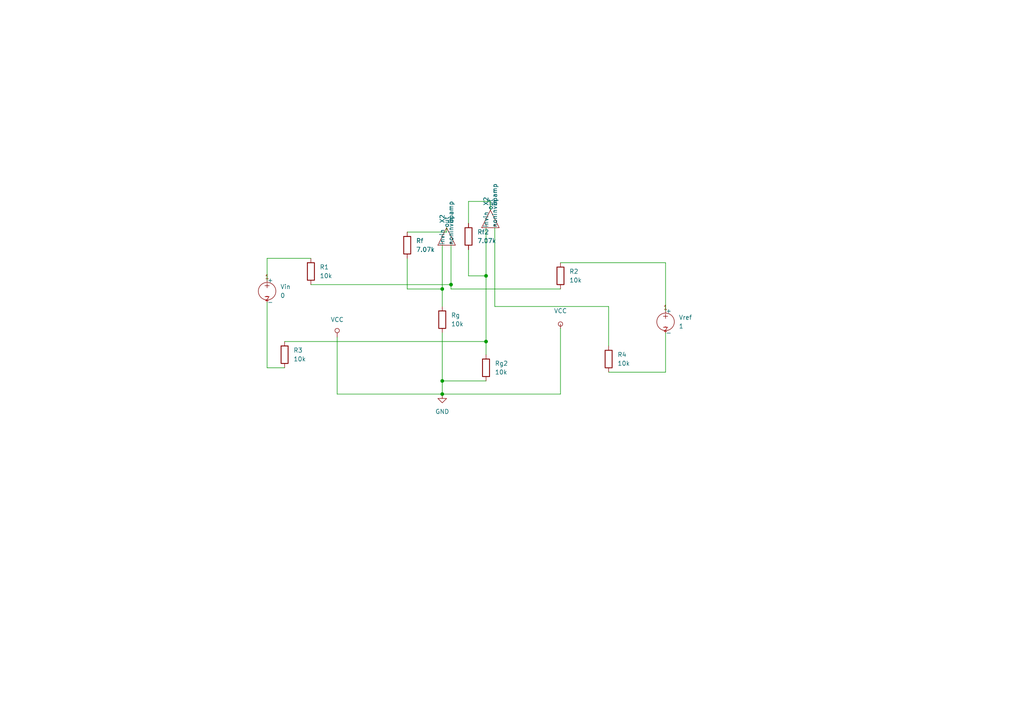
<source format=kicad_sch>
(kicad_sch (version 20211123) (generator eeschema)

  (uuid 4017bf7f-a856-415d-81b0-c7fce0d1bb8b)

  (paper "A4")

  (lib_symbols
    (symbol "LTspice_Opamps:opamp" (pin_numbers hide) (pin_names (offset 0.0254)) (in_bom yes) (on_board yes)
      (property "Reference" "X" (id 0) (at 0 -2.54 0)
        (effects (font (size 1.27 1.27)) (justify left))
      )
      (property "Value" "opamp" (id 1) (at 0 0 0)
        (effects (font (size 1.27 1.27)) (justify left))
      )
      (property "Footprint" "" (id 2) (at 0 0 0)
        (effects (font (size 1.27 1.27)) hide)
      )
      (property "Datasheet" "" (id 3) (at 0 0 0)
        (effects (font (size 1.27 1.27)) hide)
      )
      (property "Field5" "opamp" (id 4) (at 0 0 0)
        (effects (font (size 1.27 1.27)) (justify left) hide)
      )
      (property "ki_fp_filters" "X_*" (id 5) (at 0 0 0)
        (effects (font (size 1.27 1.27)) hide)
      )
      (symbol "opamp_0_0"
        (polyline
          (pts
            (xy -2.54 -7.62)
            (xy 2.54 -5.08)
          )
          (stroke (width 0) (type default) (color 0 0 0 0))
          (fill (type none))
        )
        (polyline
          (pts
            (xy -2.54 -2.54)
            (xy -2.54 -7.62)
          )
          (stroke (width 0) (type default) (color 0 0 0 0))
          (fill (type none))
        )
        (polyline
          (pts
            (xy -2.54 -2.54)
            (xy 2.54 -5.08)
          )
          (stroke (width 0) (type default) (color 0 0 0 0))
          (fill (type none))
        )
        (polyline
          (pts
            (xy -2.2098 -6.35)
            (xy -1.5748 -6.35)
          )
          (stroke (width 0) (type default) (color 0 0 0 0))
          (fill (type none))
        )
        (polyline
          (pts
            (xy -2.2098 -3.81)
            (xy -1.5748 -3.81)
          )
          (stroke (width 0) (type default) (color 0 0 0 0))
          (fill (type none))
        )
        (polyline
          (pts
            (xy -1.905 -6.6548)
            (xy -1.905 -6.0198)
          )
          (stroke (width 0) (type default) (color 0 0 0 0))
          (fill (type none))
        )
      )
      (symbol "opamp_1_1"
        (pin unspecified line (at -2.54 -3.81 0) (length 0)
          (name "invin" (effects (font (size 1.27 1.27))))
          (number "1" (effects (font (size 1.27 1.27))))
        )
        (pin unspecified line (at -2.54 -6.35 0) (length 0)
          (name "noninvin" (effects (font (size 1.27 1.27))))
          (number "2" (effects (font (size 1.27 1.27))))
        )
        (pin unspecified line (at 2.54 -5.08 0) (length 0)
          (name "out" (effects (font (size 1.27 1.27))))
          (number "3" (effects (font (size 1.27 1.27))))
        )
      )
    )
    (symbol "LTspice_sym:voltage" (pin_names (offset 0.0254)) (in_bom yes) (on_board yes)
      (property "Reference" "V" (id 0) (at 1.905 -1.27 0)
        (effects (font (size 1.27 1.27)) (justify left))
      )
      (property "Value" "voltage" (id 1) (at 1.905 -7.62 0)
        (effects (font (size 1.27 1.27)) (justify left))
      )
      (property "Footprint" "" (id 2) (at 0 0 0)
        (effects (font (size 1.27 1.27)) hide)
      )
      (property "Datasheet" "" (id 3) (at 0 0 0)
        (effects (font (size 1.27 1.27)) hide)
      )
      (property "Field5" "V" (id 4) (at 1.905 -7.62 0)
        (effects (font (size 1.27 1.27)) (justify left) hide)
      )
      (symbol "voltage_0_0"
        (circle (center 0 -4.445) (radius 2.54)
          (stroke (width 0) (type default) (color 0 0 0 0))
          (fill (type none))
        )
        (polyline
          (pts
            (xy -0.635 -6.0198)
            (xy 0.635 -6.0198)
          )
          (stroke (width 0) (type default) (color 0 0 0 0))
          (fill (type none))
        )
        (polyline
          (pts
            (xy -0.635 -2.8448)
            (xy 0.635 -2.8448)
          )
          (stroke (width 0) (type default) (color 0 0 0 0))
          (fill (type none))
        )
        (polyline
          (pts
            (xy 0 -7.62)
            (xy 0 -6.985)
          )
          (stroke (width 0) (type default) (color 0 0 0 0))
          (fill (type none))
        )
        (polyline
          (pts
            (xy 0 -2.2098)
            (xy 0 -3.4798)
          )
          (stroke (width 0) (type default) (color 0 0 0 0))
          (fill (type none))
        )
        (polyline
          (pts
            (xy 0 -1.27)
            (xy 0 -1.905)
          )
          (stroke (width 0) (type default) (color 0 0 0 0))
          (fill (type none))
        )
      )
      (symbol "voltage_1_1"
        (pin unspecified line (at 0 -1.27 0) (length 0)
          (name "+" (effects (font (size 1.27 1.27))))
          (number "1" (effects (font (size 1.27 1.27))))
        )
        (pin unspecified line (at 0 -7.62 0) (length 0)
          (name "-" (effects (font (size 1.27 1.27))))
          (number "2" (effects (font (size 1.27 1.27))))
        )
      )
    )
    (symbol "eSim_Devices:resistor" (pin_numbers hide) (pin_names (offset 0)) (in_bom yes) (on_board yes)
      (property "Reference" "R" (id 0) (at 1.27 3.302 0)
        (effects (font (size 1.27 1.27)))
      )
      (property "Value" "resistor" (id 1) (at 1.27 -1.27 0)
        (effects (font (size 1.27 1.27)))
      )
      (property "Footprint" "" (id 2) (at 1.27 -0.508 0)
        (effects (font (size 0.762 0.762)))
      )
      (property "Datasheet" "" (id 3) (at 1.27 1.27 90)
        (effects (font (size 0.762 0.762)))
      )
      (property "ki_fp_filters" "R_* Resistor_*" (id 4) (at 0 0 0)
        (effects (font (size 1.27 1.27)) hide)
      )
      (symbol "resistor_0_1"
        (rectangle (start 3.81 0.254) (end -1.27 2.286)
          (stroke (width 0.254) (type default) (color 0 0 0 0))
          (fill (type none))
        )
      )
      (symbol "resistor_1_1"
        (pin passive line (at -2.54 1.27 0) (length 1.27)
          (name "~" (effects (font (size 1.524 1.524))))
          (number "1" (effects (font (size 1.524 1.524))))
        )
        (pin passive line (at 5.08 1.27 180) (length 1.27)
          (name "~" (effects (font (size 1.524 1.524))))
          (number "2" (effects (font (size 1.524 1.524))))
        )
      )
    )
    (symbol "eSim_Power:eSim_GND" (power) (pin_names (offset 0)) (in_bom yes) (on_board yes)
      (property "Reference" "#PWR" (id 0) (at 0 -6.35 0)
        (effects (font (size 1.27 1.27)) hide)
      )
      (property "Value" "eSim_GND" (id 1) (at 0 -3.81 0)
        (effects (font (size 1.27 1.27)))
      )
      (property "Footprint" "" (id 2) (at 0 0 0)
        (effects (font (size 1.27 1.27)) hide)
      )
      (property "Datasheet" "" (id 3) (at 0 0 0)
        (effects (font (size 1.27 1.27)) hide)
      )
      (symbol "eSim_GND_0_1"
        (polyline
          (pts
            (xy 0 0)
            (xy 0 -1.27)
            (xy 1.27 -1.27)
            (xy 0 -2.54)
            (xy -1.27 -1.27)
            (xy 0 -1.27)
          )
          (stroke (width 0) (type default) (color 0 0 0 0))
          (fill (type none))
        )
      )
      (symbol "eSim_GND_1_1"
        (pin power_in line (at 0 0 270) (length 0) hide
          (name "GND" (effects (font (size 1.27 1.27))))
          (number "1" (effects (font (size 1.27 1.27))))
        )
      )
    )
    (symbol "eSim_Power:eSim_VCC" (power) (pin_names (offset 0)) (in_bom yes) (on_board yes)
      (property "Reference" "#PWR" (id 0) (at 0 -3.81 0)
        (effects (font (size 1.27 1.27)) hide)
      )
      (property "Value" "eSim_VCC" (id 1) (at 0 3.81 0)
        (effects (font (size 1.27 1.27)))
      )
      (property "Footprint" "" (id 2) (at 0 0 0)
        (effects (font (size 1.27 1.27)) hide)
      )
      (property "Datasheet" "" (id 3) (at 0 0 0)
        (effects (font (size 1.27 1.27)) hide)
      )
      (symbol "eSim_VCC_0_1"
        (polyline
          (pts
            (xy 0 0)
            (xy 0 1.27)
          )
          (stroke (width 0) (type default) (color 0 0 0 0))
          (fill (type none))
        )
        (circle (center 0 1.905) (radius 0.635)
          (stroke (width 0) (type default) (color 0 0 0 0))
          (fill (type none))
        )
      )
      (symbol "eSim_VCC_1_1"
        (pin power_in line (at 0 0 90) (length 0) hide
          (name "VCC" (effects (font (size 1.27 1.27))))
          (number "1" (effects (font (size 1.27 1.27))))
        )
      )
    )
    (symbol "eSim_Power:eSim_VEE" (power) (pin_names (offset 0)) (in_bom yes) (on_board yes)
      (property "Reference" "#PWR" (id 0) (at 0 -3.81 0)
        (effects (font (size 1.27 1.27)) hide)
      )
      (property "Value" "eSim_VEE" (id 1) (at 0 3.81 0)
        (effects (font (size 1.27 1.27)))
      )
      (property "Footprint" "" (id 2) (at 0 0 0)
        (effects (font (size 1.27 1.27)) hide)
      )
      (property "Datasheet" "" (id 3) (at 0 0 0)
        (effects (font (size 1.27 1.27)) hide)
      )
      (symbol "eSim_VEE_0_1"
        (polyline
          (pts
            (xy 0 0)
            (xy 0 1.27)
          )
          (stroke (width 0) (type default) (color 0 0 0 0))
          (fill (type none))
        )
        (circle (center 0 1.27) (radius 0.635)
          (stroke (width 0) (type default) (color 0 0 0 0))
          (fill (type none))
        )
      )
      (symbol "eSim_VEE_1_1"
        (pin power_in line (at 0 0 90) (length 0) hide
          (name "VCC" (effects (font (size 1.27 1.27))))
          (number "1" (effects (font (size 1.27 1.27))))
        )
      )
    )
  )

  (junction (at 128.27 114.3) (diameter 0) (color 0 0 0 0)
    (uuid 36e356cb-dc10-42fb-b0df-231d17c1cec6)
  )
  (junction (at 140.97 80.01) (diameter 0) (color 0 0 0 0)
    (uuid 66d4fd8d-f1c1-4f77-bd25-10b71714caa3)
  )
  (junction (at 128.27 83.82) (diameter 0) (color 0 0 0 0)
    (uuid 6e7d6437-8a57-47d0-8cf5-0d535c70a128)
  )
  (junction (at 130.81 82.55) (diameter 0) (color 0 0 0 0)
    (uuid a8e3c146-ff2f-4109-ab0f-fde5291a47de)
  )
  (junction (at 140.97 99.06) (diameter 0) (color 0 0 0 0)
    (uuid e400a6d6-2f5c-4c97-b367-b53d1361e20d)
  )
  (junction (at 128.27 110.49) (diameter 0) (color 0 0 0 0)
    (uuid f8c81a8c-0b2e-45ad-9c4b-10c8996fb7c4)
  )

  (wire (pts (xy 77.47 87.63) (xy 77.47 106.68))
    (stroke (width 0) (type default) (color 0 0 0 0))
    (uuid 018fa5a3-bfb8-4319-9af8-1fc846745be3)
  )
  (wire (pts (xy 176.53 100.33) (xy 176.53 88.9))
    (stroke (width 0) (type default) (color 0 0 0 0))
    (uuid 0906ff5e-b423-4442-bf9d-e9849af2bafa)
  )
  (wire (pts (xy 193.04 107.95) (xy 176.53 107.95))
    (stroke (width 0) (type default) (color 0 0 0 0))
    (uuid 0964ac6f-ec84-46f4-9f19-cf37e25dcaa2)
  )
  (wire (pts (xy 135.89 72.39) (xy 135.89 80.01))
    (stroke (width 0) (type default) (color 0 0 0 0))
    (uuid 0b4cb34d-cf04-4245-8839-4bba4941069c)
  )
  (wire (pts (xy 162.56 83.82) (xy 130.81 83.82))
    (stroke (width 0) (type default) (color 0 0 0 0))
    (uuid 11d20b63-ce37-43e8-b354-c6c4c6073c24)
  )
  (wire (pts (xy 128.27 71.12) (xy 128.27 83.82))
    (stroke (width 0) (type default) (color 0 0 0 0))
    (uuid 17466a26-0da8-4115-9a66-5429e5e982d3)
  )
  (wire (pts (xy 162.56 95.25) (xy 162.56 114.3))
    (stroke (width 0) (type default) (color 0 0 0 0))
    (uuid 225a870a-94d6-44e7-88a3-7d8be318323b)
  )
  (wire (pts (xy 135.89 80.01) (xy 140.97 80.01))
    (stroke (width 0) (type default) (color 0 0 0 0))
    (uuid 2d55ffb2-4a7a-478f-9f4c-3b0953ebd735)
  )
  (wire (pts (xy 90.17 82.55) (xy 130.81 82.55))
    (stroke (width 0) (type default) (color 0 0 0 0))
    (uuid 436f09ac-e971-4d7e-a7a7-0b789bb264c8)
  )
  (wire (pts (xy 77.47 74.93) (xy 90.17 74.93))
    (stroke (width 0) (type default) (color 0 0 0 0))
    (uuid 5271c050-dad6-4ec3-8677-893bfd9f961c)
  )
  (wire (pts (xy 128.27 96.52) (xy 128.27 110.49))
    (stroke (width 0) (type default) (color 0 0 0 0))
    (uuid 56a6802b-091c-411f-8cd0-69a1592cc640)
  )
  (wire (pts (xy 193.04 76.2) (xy 193.04 90.17))
    (stroke (width 0) (type default) (color 0 0 0 0))
    (uuid 5e0d3a70-6af2-4ea4-b006-a0be915d834d)
  )
  (wire (pts (xy 140.97 66.04) (xy 140.97 80.01))
    (stroke (width 0) (type default) (color 0 0 0 0))
    (uuid 61a901cb-6010-4c4a-b90d-2e85f39f3f69)
  )
  (wire (pts (xy 135.89 58.42) (xy 135.89 64.77))
    (stroke (width 0) (type default) (color 0 0 0 0))
    (uuid 69af7c65-5f1f-400d-bd26-0c8d5a66edef)
  )
  (wire (pts (xy 142.24 60.96) (xy 142.24 58.42))
    (stroke (width 0) (type default) (color 0 0 0 0))
    (uuid 6b9e170a-102b-4bfc-b10f-eb0a1ac20caf)
  )
  (wire (pts (xy 97.79 114.3) (xy 128.27 114.3))
    (stroke (width 0) (type default) (color 0 0 0 0))
    (uuid 6cc52a94-03fd-45de-aaa8-3b226445d742)
  )
  (wire (pts (xy 176.53 88.9) (xy 143.51 88.9))
    (stroke (width 0) (type default) (color 0 0 0 0))
    (uuid 70745ac1-fbcf-403f-8be0-86343483e801)
  )
  (wire (pts (xy 129.54 66.04) (xy 129.54 67.31))
    (stroke (width 0) (type default) (color 0 0 0 0))
    (uuid 7967a616-eb3d-4528-b06a-71bee42b05d5)
  )
  (wire (pts (xy 118.11 74.93) (xy 118.11 83.82))
    (stroke (width 0) (type default) (color 0 0 0 0))
    (uuid 7c3fca59-ac2c-4be2-8caa-f1291fa931de)
  )
  (wire (pts (xy 118.11 83.82) (xy 128.27 83.82))
    (stroke (width 0) (type default) (color 0 0 0 0))
    (uuid 7fb202cf-ecca-4085-acaa-ac40758b5048)
  )
  (wire (pts (xy 140.97 80.01) (xy 140.97 99.06))
    (stroke (width 0) (type default) (color 0 0 0 0))
    (uuid 827d9531-2de7-439d-a2c1-bb7bb89a1521)
  )
  (wire (pts (xy 142.24 58.42) (xy 135.89 58.42))
    (stroke (width 0) (type default) (color 0 0 0 0))
    (uuid 8e541915-b08a-4d74-81e6-4d9ac33073f7)
  )
  (wire (pts (xy 162.56 76.2) (xy 193.04 76.2))
    (stroke (width 0) (type default) (color 0 0 0 0))
    (uuid 96857aab-a1c2-4546-ad14-d56fe3e697f7)
  )
  (wire (pts (xy 97.79 97.79) (xy 97.79 114.3))
    (stroke (width 0) (type default) (color 0 0 0 0))
    (uuid a552a53b-415c-4a43-974c-b47ed8a7f4af)
  )
  (wire (pts (xy 128.27 110.49) (xy 128.27 114.3))
    (stroke (width 0) (type default) (color 0 0 0 0))
    (uuid a6dadc66-7c6f-4057-a89b-7d7078ea4155)
  )
  (wire (pts (xy 128.27 114.3) (xy 162.56 114.3))
    (stroke (width 0) (type default) (color 0 0 0 0))
    (uuid a89bcd50-540d-4857-a513-d6ac64bd9fc3)
  )
  (wire (pts (xy 130.81 71.12) (xy 130.81 82.55))
    (stroke (width 0) (type default) (color 0 0 0 0))
    (uuid b01a3e82-cf22-447c-9099-9775506faae9)
  )
  (wire (pts (xy 77.47 81.28) (xy 77.47 74.93))
    (stroke (width 0) (type default) (color 0 0 0 0))
    (uuid b1eb7dfd-ba5d-4cee-b0d5-99f854bd0401)
  )
  (wire (pts (xy 82.55 99.06) (xy 140.97 99.06))
    (stroke (width 0) (type default) (color 0 0 0 0))
    (uuid b6f4c260-2e0e-4ad3-8e68-5cfb17351803)
  )
  (wire (pts (xy 129.54 67.31) (xy 118.11 67.31))
    (stroke (width 0) (type default) (color 0 0 0 0))
    (uuid b73d0cf7-3f3d-4f43-afd3-4c9192ef147b)
  )
  (wire (pts (xy 128.27 110.49) (xy 140.97 110.49))
    (stroke (width 0) (type default) (color 0 0 0 0))
    (uuid c3725273-6621-4c84-aacb-90e3c37815cd)
  )
  (wire (pts (xy 140.97 99.06) (xy 140.97 102.87))
    (stroke (width 0) (type default) (color 0 0 0 0))
    (uuid cecfef20-9580-4dbb-bbf3-3711acd027eb)
  )
  (wire (pts (xy 130.81 82.55) (xy 130.81 83.82))
    (stroke (width 0) (type default) (color 0 0 0 0))
    (uuid e5b5b42b-8b05-4d48-bb12-ecab71af96d8)
  )
  (wire (pts (xy 193.04 96.52) (xy 193.04 107.95))
    (stroke (width 0) (type default) (color 0 0 0 0))
    (uuid e5ef79f7-ddbd-4bff-a936-b3b0d5371644)
  )
  (wire (pts (xy 128.27 83.82) (xy 128.27 88.9))
    (stroke (width 0) (type default) (color 0 0 0 0))
    (uuid e82ee827-58d2-4f4e-96f3-88cffa7f7d81)
  )
  (wire (pts (xy 77.47 106.68) (xy 82.55 106.68))
    (stroke (width 0) (type default) (color 0 0 0 0))
    (uuid eb0b4450-1cd8-4a3a-977f-4868798ac3d1)
  )
  (wire (pts (xy 143.51 88.9) (xy 143.51 66.04))
    (stroke (width 0) (type default) (color 0 0 0 0))
    (uuid fca05874-5ac4-4283-ba28-69f491fc4206)
  )

  (symbol (lib_id "eSim_Devices:resistor") (at 163.83 81.28 90) (unit 1)
    (in_bom yes) (on_board yes) (fields_autoplaced)
    (uuid 04499803-2f91-4088-bf05-c223305a478f)
    (property "Reference" "R2" (id 0) (at 165.1 78.7399 90)
      (effects (font (size 1.27 1.27)) (justify right))
    )
    (property "Value" "10k" (id 1) (at 165.1 81.2799 90)
      (effects (font (size 1.27 1.27)) (justify right))
    )
    (property "Footprint" "" (id 2) (at 164.338 80.01 0)
      (effects (font (size 0.762 0.762)))
    )
    (property "Datasheet" "" (id 3) (at 162.56 80.01 90)
      (effects (font (size 0.762 0.762)))
    )
    (pin "1" (uuid 0cdb1652-5e00-4516-8892-26a8debbed80))
    (pin "2" (uuid a624a4bc-f04d-4b2f-9e7e-a252d04de059))
  )

  (symbol (lib_id "LTspice_sym:voltage") (at 193.04 88.9 0) (unit 1)
    (in_bom yes) (on_board yes) (fields_autoplaced)
    (uuid 28531d1b-46b3-4407-9c7f-d72d003b6776)
    (property "Reference" "Vref" (id 0) (at 196.85 92.0749 0)
      (effects (font (size 1.27 1.27)) (justify left))
    )
    (property "Value" "1" (id 1) (at 196.85 94.6149 0)
      (effects (font (size 1.27 1.27)) (justify left))
    )
    (property "Footprint" "" (id 2) (at 193.04 88.9 0)
      (effects (font (size 1.27 1.27)) hide)
    )
    (property "Datasheet" "" (id 3) (at 193.04 88.9 0)
      (effects (font (size 1.27 1.27)) hide)
    )
    (property "Field5" "V" (id 4) (at 194.945 96.52 0)
      (effects (font (size 1.27 1.27)) (justify left) hide)
    )
    (pin "1" (uuid 4863efce-9a36-47ca-b4a8-203c55da1b62))
    (pin "2" (uuid 5583f6d0-ac02-48a5-b3b4-6b8cc97e48ae))
  )

  (symbol (lib_id "eSim_Devices:resistor") (at 83.82 104.14 90) (unit 1)
    (in_bom yes) (on_board yes) (fields_autoplaced)
    (uuid 3ac12a65-2ec4-4e94-a6b9-6996b87749ca)
    (property "Reference" "R3" (id 0) (at 85.09 101.5999 90)
      (effects (font (size 1.27 1.27)) (justify right))
    )
    (property "Value" "10k" (id 1) (at 85.09 104.1399 90)
      (effects (font (size 1.27 1.27)) (justify right))
    )
    (property "Footprint" "" (id 2) (at 84.328 102.87 0)
      (effects (font (size 0.762 0.762)))
    )
    (property "Datasheet" "" (id 3) (at 82.55 102.87 90)
      (effects (font (size 0.762 0.762)))
    )
    (pin "1" (uuid eb90499b-9892-421a-87aa-4393c4ed8f89))
    (pin "2" (uuid 59ef5e38-231d-4ba0-9ea6-ef2eac0d80d6))
  )

  (symbol (lib_id "eSim_Devices:resistor") (at 177.8 105.41 90) (unit 1)
    (in_bom yes) (on_board yes) (fields_autoplaced)
    (uuid 59a2666c-e3ac-4a17-84f6-ef4056223000)
    (property "Reference" "R4" (id 0) (at 179.07 102.8699 90)
      (effects (font (size 1.27 1.27)) (justify right))
    )
    (property "Value" "10k" (id 1) (at 179.07 105.4099 90)
      (effects (font (size 1.27 1.27)) (justify right))
    )
    (property "Footprint" "" (id 2) (at 178.308 104.14 0)
      (effects (font (size 0.762 0.762)))
    )
    (property "Datasheet" "" (id 3) (at 176.53 104.14 90)
      (effects (font (size 0.762 0.762)))
    )
    (pin "1" (uuid 26ee0562-2b0a-48e8-b269-4074799dd755))
    (pin "2" (uuid d530af1f-6b9e-4e5e-bab1-8560d95680b5))
  )

  (symbol (lib_id "eSim_Devices:resistor") (at 91.44 80.01 90) (unit 1)
    (in_bom yes) (on_board yes) (fields_autoplaced)
    (uuid 5a1a881b-da61-42c8-9590-1574a3d6424c)
    (property "Reference" "R1" (id 0) (at 92.71 77.4699 90)
      (effects (font (size 1.27 1.27)) (justify right))
    )
    (property "Value" "10k" (id 1) (at 92.71 80.0099 90)
      (effects (font (size 1.27 1.27)) (justify right))
    )
    (property "Footprint" "" (id 2) (at 91.948 78.74 0)
      (effects (font (size 0.762 0.762)))
    )
    (property "Datasheet" "" (id 3) (at 90.17 78.74 90)
      (effects (font (size 0.762 0.762)))
    )
    (pin "1" (uuid e17c9760-68e5-4d0a-8060-08eb1121dde0))
    (pin "2" (uuid e637ad5f-b334-49c9-9eb7-c7f45b9b6a87))
  )

  (symbol (lib_id "eSim_Devices:resistor") (at 129.54 93.98 90) (unit 1)
    (in_bom yes) (on_board yes) (fields_autoplaced)
    (uuid 5c2e4cba-6a22-4332-ba71-81c42f0db0b7)
    (property "Reference" "Rg" (id 0) (at 130.81 91.4399 90)
      (effects (font (size 1.27 1.27)) (justify right))
    )
    (property "Value" "10k" (id 1) (at 130.81 93.9799 90)
      (effects (font (size 1.27 1.27)) (justify right))
    )
    (property "Footprint" "" (id 2) (at 130.048 92.71 0)
      (effects (font (size 0.762 0.762)))
    )
    (property "Datasheet" "" (id 3) (at 128.27 92.71 90)
      (effects (font (size 0.762 0.762)))
    )
    (pin "1" (uuid 9d86f1fb-760d-442c-afcc-8dc75da71db7))
    (pin "2" (uuid e5c3c289-56b4-4419-b9d3-207bf55f185d))
  )

  (symbol (lib_id "eSim_Devices:resistor") (at 137.16 69.85 90) (unit 1)
    (in_bom yes) (on_board yes) (fields_autoplaced)
    (uuid 7655b95e-b4d2-477e-aedd-d8d59f9f58a3)
    (property "Reference" "Rf2" (id 0) (at 138.43 67.3099 90)
      (effects (font (size 1.27 1.27)) (justify right))
    )
    (property "Value" "7.07k" (id 1) (at 138.43 69.8499 90)
      (effects (font (size 1.27 1.27)) (justify right))
    )
    (property "Footprint" "" (id 2) (at 137.668 68.58 0)
      (effects (font (size 0.762 0.762)))
    )
    (property "Datasheet" "" (id 3) (at 135.89 68.58 90)
      (effects (font (size 0.762 0.762)))
    )
    (pin "1" (uuid 12ec7603-2bf1-4a4c-a1d0-17f8ff052205))
    (pin "2" (uuid 23697f1e-85ec-4ff0-817f-3da58a26829e))
  )

  (symbol (lib_id "eSim_Devices:resistor") (at 142.24 107.95 90) (unit 1)
    (in_bom yes) (on_board yes) (fields_autoplaced)
    (uuid 7736066f-2413-44b5-a113-c1cc1c695a31)
    (property "Reference" "Rg2" (id 0) (at 143.51 105.4099 90)
      (effects (font (size 1.27 1.27)) (justify right))
    )
    (property "Value" "10k" (id 1) (at 143.51 107.9499 90)
      (effects (font (size 1.27 1.27)) (justify right))
    )
    (property "Footprint" "" (id 2) (at 142.748 106.68 0)
      (effects (font (size 0.762 0.762)))
    )
    (property "Datasheet" "" (id 3) (at 140.97 106.68 90)
      (effects (font (size 0.762 0.762)))
    )
    (pin "1" (uuid 37bee3e1-e11c-4f6e-95f2-4c95fd10a97b))
    (pin "2" (uuid e41c77a7-b818-41df-a572-06daf1ab116f))
  )

  (symbol (lib_id "eSim_Devices:resistor") (at 119.38 72.39 90) (unit 1)
    (in_bom yes) (on_board yes) (fields_autoplaced)
    (uuid 7b5f45ef-330c-4f0f-832f-f6c5e8bbe7fd)
    (property "Reference" "Rf" (id 0) (at 120.65 69.8499 90)
      (effects (font (size 1.27 1.27)) (justify right))
    )
    (property "Value" "7.07k" (id 1) (at 120.65 72.3899 90)
      (effects (font (size 1.27 1.27)) (justify right))
    )
    (property "Footprint" "" (id 2) (at 119.888 71.12 0)
      (effects (font (size 0.762 0.762)))
    )
    (property "Datasheet" "" (id 3) (at 118.11 71.12 90)
      (effects (font (size 0.762 0.762)))
    )
    (pin "1" (uuid 8f1b800d-de91-44e5-9970-ac340bd36685))
    (pin "2" (uuid 172bbea3-f94f-472a-8bf6-801dc18282d6))
  )

  (symbol (lib_id "eSim_Power:eSim_GND") (at 128.27 114.3 0) (unit 1)
    (in_bom yes) (on_board yes) (fields_autoplaced)
    (uuid 9e75ffe6-2a97-4670-a4d3-efe2ce2b730a)
    (property "Reference" "#PWR?" (id 0) (at 128.27 120.65 0)
      (effects (font (size 1.27 1.27)) hide)
    )
    (property "Value" "eSim_GND" (id 1) (at 128.27 119.38 0))
    (property "Footprint" "" (id 2) (at 128.27 114.3 0)
      (effects (font (size 1.27 1.27)) hide)
    )
    (property "Datasheet" "" (id 3) (at 128.27 114.3 0)
      (effects (font (size 1.27 1.27)) hide)
    )
    (pin "1" (uuid 4e49bd15-39d1-4d68-93e7-d3632c4fa851))
  )

  (symbol (lib_id "LTspice_Opamps:opamp") (at 137.16 63.5 90) (unit 1)
    (in_bom yes) (on_board yes) (fields_autoplaced)
    (uuid a1acd4a6-924a-46ef-8afa-9258a43831f1)
    (property "Reference" "X2" (id 0) (at 140.9699 59.69 0)
      (effects (font (size 1.27 1.27)) (justify left))
    )
    (property "Value" "opamp" (id 1) (at 143.5099 59.69 0)
      (effects (font (size 1.27 1.27)) (justify left))
    )
    (property "Footprint" "" (id 2) (at 137.16 63.5 0)
      (effects (font (size 1.27 1.27)) hide)
    )
    (property "Datasheet" "" (id 3) (at 137.16 63.5 0)
      (effects (font (size 1.27 1.27)) hide)
    )
    (property "Field5" "opamp" (id 4) (at 137.16 63.5 0)
      (effects (font (size 1.27 1.27)) (justify left) hide)
    )
    (pin "1" (uuid e5ee55ce-86f2-462c-8d2c-dfd6267411f3))
    (pin "2" (uuid 47c08867-d161-4683-969d-ce986a5ef761))
    (pin "3" (uuid 2a048f58-7e26-42e9-a23c-8ea552171006))
  )

  (symbol (lib_id "LTspice_sym:voltage") (at 77.47 80.01 0) (unit 1)
    (in_bom yes) (on_board yes) (fields_autoplaced)
    (uuid bf644bd5-aef5-46ff-95bc-b1f2a3abcebe)
    (property "Reference" "Vin" (id 0) (at 81.28 83.1849 0)
      (effects (font (size 1.27 1.27)) (justify left))
    )
    (property "Value" "0" (id 1) (at 81.28 85.7249 0)
      (effects (font (size 1.27 1.27)) (justify left))
    )
    (property "Footprint" "" (id 2) (at 77.47 80.01 0)
      (effects (font (size 1.27 1.27)) hide)
    )
    (property "Datasheet" "" (id 3) (at 77.47 80.01 0)
      (effects (font (size 1.27 1.27)) hide)
    )
    (property "Field5" "V" (id 4) (at 79.375 87.63 0)
      (effects (font (size 1.27 1.27)) (justify left) hide)
    )
    (pin "1" (uuid 848b4569-493c-4d1d-a051-d09876272e0a))
    (pin "2" (uuid 082fbf92-35a5-4aa0-aeb2-39f5f256ab70))
  )

  (symbol (lib_id "eSim_Power:eSim_VCC") (at 97.79 97.79 0) (unit 1)
    (in_bom yes) (on_board yes) (fields_autoplaced)
    (uuid cd287b97-6f81-4d2f-b272-a73325db6421)
    (property "Reference" "#PWR?" (id 0) (at 97.79 101.6 0)
      (effects (font (size 1.27 1.27)) hide)
    )
    (property "Value" "eSim_VCC" (id 1) (at 97.79 92.71 0))
    (property "Footprint" "" (id 2) (at 97.79 97.79 0)
      (effects (font (size 1.27 1.27)) hide)
    )
    (property "Datasheet" "" (id 3) (at 97.79 97.79 0)
      (effects (font (size 1.27 1.27)) hide)
    )
    (pin "1" (uuid 24a31077-980e-4361-91f4-fd65a5f0e527))
  )

  (symbol (lib_id "eSim_Power:eSim_VEE") (at 162.56 95.25 0) (unit 1)
    (in_bom yes) (on_board yes)
    (uuid f1524640-cb86-47d3-b1c1-fec5cf587f5b)
    (property "Reference" "#PWR?" (id 0) (at 162.56 99.06 0)
      (effects (font (size 1.27 1.27)) hide)
    )
    (property "Value" "eSim_VEE" (id 1) (at 162.56 90.17 0))
    (property "Footprint" "" (id 2) (at 162.56 95.25 0)
      (effects (font (size 1.27 1.27)) hide)
    )
    (property "Datasheet" "" (id 3) (at 162.56 95.25 0)
      (effects (font (size 1.27 1.27)) hide)
    )
    (pin "1" (uuid 95aab994-d5e1-4973-8bb4-bcf726333c40))
  )

  (symbol (lib_id "LTspice_Opamps:opamp") (at 124.46 68.58 90) (unit 1)
    (in_bom yes) (on_board yes) (fields_autoplaced)
    (uuid f3bcf79a-19ee-4ef8-88a7-d7d33bbb6a3c)
    (property "Reference" "X2" (id 0) (at 128.2699 64.77 0)
      (effects (font (size 1.27 1.27)) (justify left))
    )
    (property "Value" "opamp" (id 1) (at 130.8099 64.77 0)
      (effects (font (size 1.27 1.27)) (justify left))
    )
    (property "Footprint" "" (id 2) (at 124.46 68.58 0)
      (effects (font (size 1.27 1.27)) hide)
    )
    (property "Datasheet" "" (id 3) (at 124.46 68.58 0)
      (effects (font (size 1.27 1.27)) hide)
    )
    (property "Field5" "opamp" (id 4) (at 124.46 68.58 0)
      (effects (font (size 1.27 1.27)) (justify left) hide)
    )
    (pin "1" (uuid 92154d1f-bb80-4cb9-840f-b3fc9b183eb7))
    (pin "2" (uuid 9924f4a3-027d-4991-a65d-2cec42fa4d1f))
    (pin "3" (uuid b1789720-4c07-4440-9b29-21623d41cd17))
  )

  (sheet_instances
    (path "/" (page "1"))
  )

  (symbol_instances
    (path "/9e75ffe6-2a97-4670-a4d3-efe2ce2b730a"
      (reference "#PWR?") (unit 1) (value "eSim_GND") (footprint "")
    )
    (path "/cd287b97-6f81-4d2f-b272-a73325db6421"
      (reference "#PWR?") (unit 1) (value "eSim_VCC") (footprint "")
    )
    (path "/f1524640-cb86-47d3-b1c1-fec5cf587f5b"
      (reference "#PWR?") (unit 1) (value "eSim_VEE") (footprint "")
    )
    (path "/5a1a881b-da61-42c8-9590-1574a3d6424c"
      (reference "R1") (unit 1) (value "10k") (footprint "")
    )
    (path "/04499803-2f91-4088-bf05-c223305a478f"
      (reference "R2") (unit 1) (value "10k") (footprint "")
    )
    (path "/3ac12a65-2ec4-4e94-a6b9-6996b87749ca"
      (reference "R3") (unit 1) (value "10k") (footprint "")
    )
    (path "/59a2666c-e3ac-4a17-84f6-ef4056223000"
      (reference "R4") (unit 1) (value "10k") (footprint "")
    )
    (path "/7b5f45ef-330c-4f0f-832f-f6c5e8bbe7fd"
      (reference "Rf") (unit 1) (value "7.07k") (footprint "")
    )
    (path "/7655b95e-b4d2-477e-aedd-d8d59f9f58a3"
      (reference "Rf2") (unit 1) (value "7.07k") (footprint "")
    )
    (path "/5c2e4cba-6a22-4332-ba71-81c42f0db0b7"
      (reference "Rg") (unit 1) (value "10k") (footprint "")
    )
    (path "/7736066f-2413-44b5-a113-c1cc1c695a31"
      (reference "Rg2") (unit 1) (value "10k") (footprint "")
    )
    (path "/bf644bd5-aef5-46ff-95bc-b1f2a3abcebe"
      (reference "Vin") (unit 1) (value "0") (footprint "")
    )
    (path "/28531d1b-46b3-4407-9c7f-d72d003b6776"
      (reference "Vref") (unit 1) (value "1") (footprint "")
    )
    (path "/a1acd4a6-924a-46ef-8afa-9258a43831f1"
      (reference "X2") (unit 1) (value "opamp") (footprint "")
    )
    (path "/f3bcf79a-19ee-4ef8-88a7-d7d33bbb6a3c"
      (reference "X2") (unit 1) (value "opamp") (footprint "")
    )
  )
)

</source>
